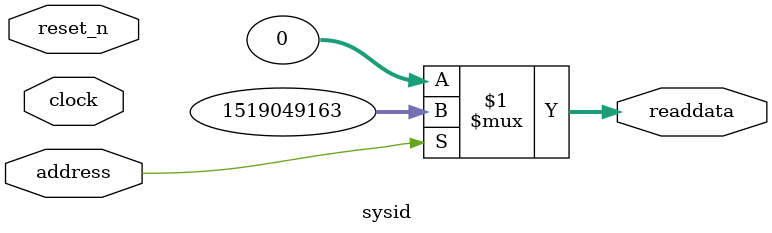
<source format=v>

`timescale 1ns / 1ps
// synthesis translate_on

// turn off superfluous verilog processor warnings 
// altera message_level Level1 
// altera message_off 10034 10035 10036 10037 10230 10240 10030 

module sysid (
               // inputs:
                address,
                clock,
                reset_n,

               // outputs:
                readdata
             )
;

  output  [ 31: 0] readdata;
  input            address;
  input            clock;
  input            reset_n;

  wire    [ 31: 0] readdata;
  //control_slave, which is an e_avalon_slave
  assign readdata = address ? 1519049163 : 0;

endmodule


</source>
